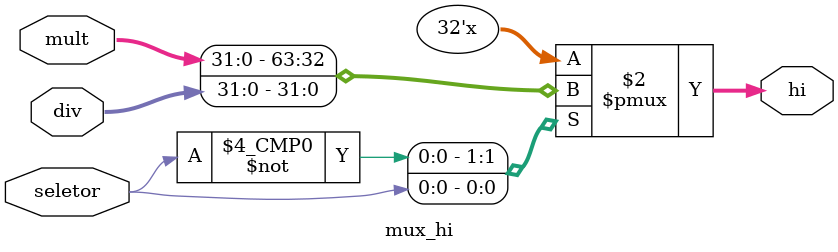
<source format=v>
module mux_hi(
    input wire seletor,
    input wire [31:0] mult,
    input wire [31:0] div,
    output reg [31:0] hi
);

always @ (*) begin
	case (seletor)
		1'd0:hi = mult;
		1'd1:hi = div;
	endcase
end

endmodule
</source>
